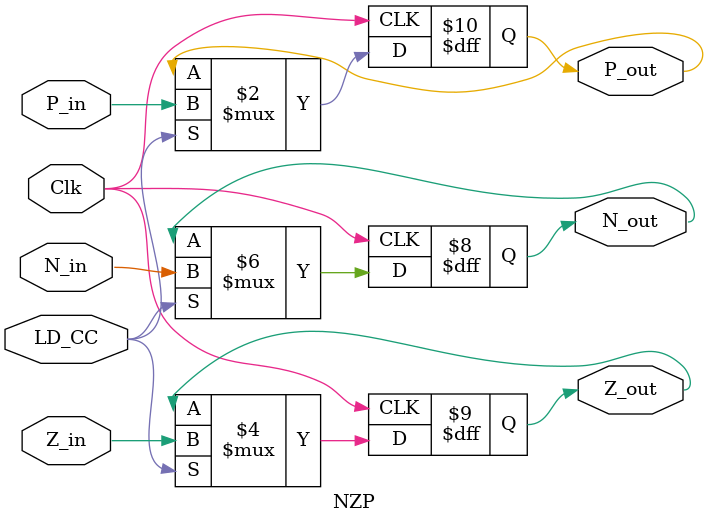
<source format=sv>
module NZP(	input logic Clk, N_in, Z_in, P_in, LD_CC,
				output logic N_out, Z_out, P_out
);

always_ff @(posedge Clk)
	begin
		if(LD_CC)
			begin
				N_out <= N_in;
				Z_out <= Z_in;
				P_out <= P_in;
			end
	end
endmodule

</source>
